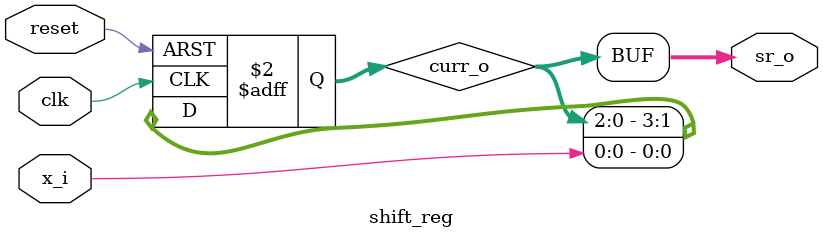
<source format=sv>
module shift_reg(
        input     wire        clk,
        input     wire        reset,
        input     wire        x_i,      // Serial input

        output    wire[3:0]   sr_o
    );
    logic [3:0] curr_o;
    assign sr_o = curr_o;
    
    
    always_ff @(posedge clk, posedge reset) begin
        if (reset) begin
            curr_o <= 4'b0;
        end
        else
            curr_o <= {curr_o[2:0], x_i};
    
    end
    
    
endmodule

</source>
